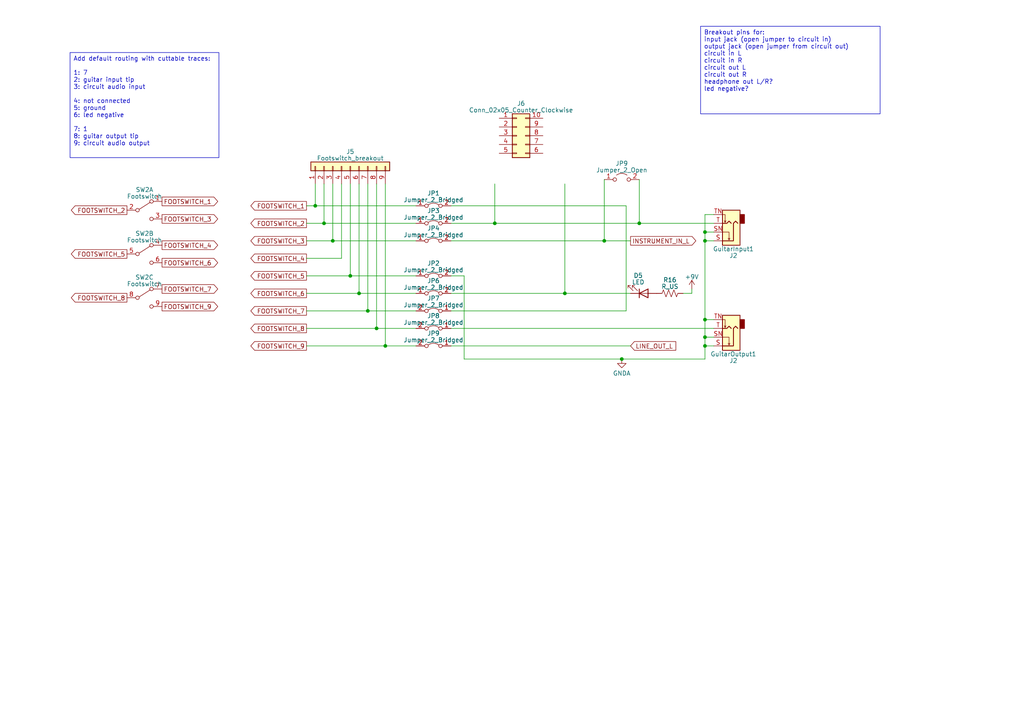
<source format=kicad_sch>
(kicad_sch (version 20230121) (generator eeschema)
  (paper "A4")
  (lib_symbols
    (symbol "Connector_Audio:NMJ4HCD2"
      (property "Reference" "J" (at 0 11.43 0))
      (property "Value" "NMJ4HCD2" (at 0 8.89 0))
      (symbol "NMJ4HCD2_0_1"
        (rectangle (start -2.54 0) (end -3.81 -2.54) (stroke (width 0.254)) (fill (type outline)))
        (rectangle (start 2.54 6.35) (end -2.54 -3.81) (stroke (width 0.254)) (fill (type background)))
      )
      (symbol "NMJ4HCD2_1_1"
        (polyline (pts (xy 0.635 4.826) (xy 0.889 4.318)))
        (polyline (pts (xy 1.778 -0.254) (xy 2.032 -0.762)))
        (polyline (pts (xy 0 0) (xy 0.635 -0.635) (xy 1.27 0) (xy 2.54 0)) (stroke (width 0.254)))
        (polyline (pts (xy 2.54 -2.54) (xy 1.778 -2.54) (xy 1.778 -0.254) (xy 1.524 -0.762)))
        (polyline (pts (xy 2.54 2.54) (xy 0.635 2.54) (xy 0.635 4.826) (xy 0.381 4.318)))
        (polyline (pts (xy 2.54 5.08) (xy -0.635 5.08) (xy -0.635 0) (xy -1.27 -0.635) (xy -1.905 0)) (stroke (width 0.254)))
        (pin passive line (at 5.08 5.08 180) (length 2.54) (name "~") (number "S"))
        (pin passive line (at 5.08 2.54 180) (length 2.54) (name "~") (number "SN"))
        (pin passive line (at 5.08 0 180) (length 2.54) (name "~") (number "T"))
        (pin passive line (at 5.08 -2.54 180) (length 2.54) (name "~") (number "TN"))
      )
    )
    (symbol "Connector_Generic:Conn_01x09" (pin_names (offset 1.016) hide)
      (property "Reference" "J" (at 0 12.7 0))
      (property "Value" "Conn_01x09" (at 0 -12.7 0))
      (symbol "Conn_01x09_1_1"
        (rectangle (start -1.27 -10.033) (end 0 -10.287) (stroke (width 0.1524)))
        (rectangle (start -1.27 -7.493) (end 0 -7.747) (stroke (width 0.1524)))
        (rectangle (start -1.27 -4.953) (end 0 -5.207) (stroke (width 0.1524)))
        (rectangle (start -1.27 -2.413) (end 0 -2.667) (stroke (width 0.1524)))
        (rectangle (start -1.27 0.127) (end 0 -0.127) (stroke (width 0.1524)))
        (rectangle (start -1.27 2.667) (end 0 2.413) (stroke (width 0.1524)))
        (rectangle (start -1.27 5.207) (end 0 4.953) (stroke (width 0.1524)))
        (rectangle (start -1.27 7.747) (end 0 7.493) (stroke (width 0.1524)))
        (rectangle (start -1.27 10.287) (end 0 10.033) (stroke (width 0.1524)))
        (rectangle (start -1.27 11.43) (end 1.27 -11.43) (stroke (width 0.254)) (fill (type background)))
        (pin passive line (at -5.08 10.16 0) (length 3.81) (name "Pin_1") (number "1"))
        (pin passive line (at -5.08 7.62 0) (length 3.81) (name "Pin_2") (number "2"))
        (pin passive line (at -5.08 5.08 0) (length 3.81) (name "Pin_3") (number "3"))
        (pin passive line (at -5.08 2.54 0) (length 3.81) (name "Pin_4") (number "4"))
        (pin passive line (at -5.08 0 0) (length 3.81) (name "Pin_5") (number "5"))
        (pin passive line (at -5.08 -2.54 0) (length 3.81) (name "Pin_6") (number "6"))
        (pin passive line (at -5.08 -5.08 0) (length 3.81) (name "Pin_7") (number "7"))
        (pin passive line (at -5.08 -7.62 0) (length 3.81) (name "Pin_8") (number "8"))
        (pin passive line (at -5.08 -10.16 0) (length 3.81) (name "Pin_9") (number "9"))
      )
    )
    (symbol "Connector_Generic:Conn_02x05_Counter_Clockwise" (pin_names (offset 1.016) hide)
      (property "Reference" "J" (at 1.27 7.62 0))
      (property "Value" "Conn_02x05_Counter_Clockwise" (at 1.27 -7.62 0))
      (symbol "Conn_02x05_Counter_Clockwise_1_1"
        (rectangle (start -1.27 -4.953) (end 0 -5.207) (stroke (width 0.1524)))
        (rectangle (start -1.27 -2.413) (end 0 -2.667) (stroke (width 0.1524)))
        (rectangle (start -1.27 0.127) (end 0 -0.127) (stroke (width 0.1524)))
        (rectangle (start -1.27 2.667) (end 0 2.413) (stroke (width 0.1524)))
        (rectangle (start -1.27 5.207) (end 0 4.953) (stroke (width 0.1524)))
        (rectangle (start -1.27 6.35) (end 3.81 -6.35) (stroke (width 0.254)) (fill (type background)))
        (rectangle (start 3.81 -4.953) (end 2.54 -5.207) (stroke (width 0.1524)))
        (rectangle (start 3.81 -2.413) (end 2.54 -2.667) (stroke (width 0.1524)))
        (rectangle (start 3.81 0.127) (end 2.54 -0.127) (stroke (width 0.1524)))
        (rectangle (start 3.81 2.667) (end 2.54 2.413) (stroke (width 0.1524)))
        (rectangle (start 3.81 5.207) (end 2.54 4.953) (stroke (width 0.1524)))
        (pin passive line (at -5.08 5.08 0) (length 3.81) (name "Pin_1") (number "1"))
        (pin passive line (at 7.62 5.08 180) (length 3.81) (name "Pin_10") (number "10"))
        (pin passive line (at -5.08 2.54 0) (length 3.81) (name "Pin_2") (number "2"))
        (pin passive line (at -5.08 0 0) (length 3.81) (name "Pin_3") (number "3"))
        (pin passive line (at -5.08 -2.54 0) (length 3.81) (name "Pin_4") (number "4"))
        (pin passive line (at -5.08 -5.08 0) (length 3.81) (name "Pin_5") (number "5"))
        (pin passive line (at 7.62 -5.08 180) (length 3.81) (name "Pin_6") (number "6"))
        (pin passive line (at 7.62 -2.54 180) (length 3.81) (name "Pin_7") (number "7"))
        (pin passive line (at 7.62 0 180) (length 3.81) (name "Pin_8") (number "8"))
        (pin passive line (at 7.62 2.54 180) (length 3.81) (name "Pin_9") (number "9"))
      )
    )
    (symbol "Device:LED" (pin_numbers hide) (pin_names (offset 1.016) hide)
      (property "Reference" "D" (at 0 2.54 0))
      (property "Value" "LED" (at 0 -2.54 0))
      (symbol "LED_0_1"
        (polyline (pts (xy -1.27 -1.27) (xy -1.27 1.27)) (stroke (width 0.254)))
        (polyline (pts (xy -1.27 0) (xy 1.27 0)))
        (polyline (pts (xy 1.27 -1.27) (xy 1.27 1.27) (xy -1.27 0) (xy 1.27 -1.27)) (stroke (width 0.254)))
        (polyline (pts (xy -3.048 -0.762) (xy -4.572 -2.286) (xy -3.81 -2.286) (xy -4.572 -2.286) (xy -4.572 -1.524)))
        (polyline (pts (xy -1.778 -0.762) (xy -3.302 -2.286) (xy -2.54 -2.286) (xy -3.302 -2.286) (xy -3.302 -1.524)))
      )
      (symbol "LED_1_1"
        (pin passive line (at -3.81 0 0) (length 2.54) (name "K") (number "1"))
        (pin passive line (at 3.81 0 180) (length 2.54) (name "A") (number "2"))
      )
    )
    (symbol "Device:R_US" (pin_numbers hide) (pin_names (offset 0))
      (property "Reference" "R" (at 2.54 0 90))
      (property "Value" "R_US" (at -2.54 0 90))
      (symbol "R_US_0_1"
        (polyline (pts (xy 0 -2.286) (xy 0 -2.54)))
        (polyline (pts (xy 0 2.286) (xy 0 2.54)))
        (polyline (pts (xy 0 -0.762) (xy 1.016 -1.143) (xy 0 -1.524) (xy -1.016 -1.905) (xy 0 -2.286)))
        (polyline (pts (xy 0 0.762) (xy 1.016 0.381) (xy 0 0) (xy -1.016 -0.381) (xy 0 -0.762)))
        (polyline (pts (xy 0 2.286) (xy 1.016 1.905) (xy 0 1.524) (xy -1.016 1.143) (xy 0 0.762)))
      )
      (symbol "R_US_1_1"
        (pin passive line (at 0 3.81 270) (length 1.27) (name "~") (number "1"))
        (pin passive line (at 0 -3.81 90) (length 1.27) (name "~") (number "2"))
      )
    )
    (symbol "Jumper:Jumper_2_Bridged" (pin_names (offset 0) hide)
      (property "Reference" "JP" (at 0 1.905 0))
      (property "Value" "Jumper_2_Bridged" (at 0 -2.54 0))
      (symbol "Jumper_2_Bridged_0_0"
        (circle (center -2.032 0) (radius 0.508))
        (circle (center 2.032 0) (radius 0.508))
      )
      (symbol "Jumper_2_Bridged_0_1"
        (arc (start 1.524 0.254) (mid 0 0.762) (end -1.524 0.254))
      )
      (symbol "Jumper_2_Bridged_1_1"
        (pin passive line (at -5.08 0 0) (length 2.54) (name "A") (number "1"))
        (pin passive line (at 5.08 0 180) (length 2.54) (name "B") (number "2"))
      )
    )
    (symbol "Jumper:Jumper_2_Open" (pin_names (offset 0) hide)
      (property "Reference" "JP" (at 0 2.794 0))
      (property "Value" "Jumper_2_Open" (at 0 -2.286 0))
      (symbol "Jumper_2_Open_0_0"
        (circle (center -2.032 0) (radius 0.508))
        (circle (center 2.032 0) (radius 0.508))
      )
      (symbol "Jumper_2_Open_0_1"
        (arc (start 1.524 1.27) (mid 0 1.778) (end -1.524 1.27))
      )
      (symbol "Jumper_2_Open_1_1"
        (pin passive line (at -5.08 0 0) (length 2.54) (name "A") (number "1"))
        (pin passive line (at 5.08 0 180) (length 2.54) (name "B") (number "2"))
      )
    )
    (symbol "SW_3PDT_1" (pin_names (offset 0) hide)
      (property "Reference" "SW" (at 0 4.318 0))
      (property "Value" "SW_3PDT" (at 0 -5.08 0))
      (symbol "SW_3PDT_1_0_0"
        (circle (center -2.032 0) (radius 0.508))
        (circle (center 2.032 -2.54) (radius 0.508))
      )
      (symbol "SW_3PDT_1_0_1"
        (polyline (pts (xy -1.524 0.254) (xy 1.651 2.286)))
        (circle (center 2.032 2.54) (radius 0.508))
      )
      (symbol "SW_3PDT_1_1_1"
        (pin passive line (at 5.08 2.54 180) (length 2.54) (name "A") (number "1"))
        (pin passive line (at -5.08 0 0) (length 2.54) (name "B") (number "2"))
        (pin passive line (at 5.08 -2.54 180) (length 2.54) (name "C") (number "3"))
      )
      (symbol "SW_3PDT_1_2_1"
        (pin passive line (at 5.08 2.54 180) (length 2.54) (name "A") (number "4"))
        (pin passive line (at -5.08 0 0) (length 2.54) (name "B") (number "5"))
        (pin passive line (at 5.08 -2.54 180) (length 2.54) (name "C") (number "6"))
      )
      (symbol "SW_3PDT_1_3_1"
        (pin passive line (at 5.08 2.54 180) (length 2.54) (name "A") (number "7"))
        (pin passive line (at -5.08 0 0) (length 2.54) (name "B") (number "8"))
        (pin passive line (at 5.08 -2.54 180) (length 2.54) (name "C") (number "9"))
      )
    )
    (symbol "SW_3PDT_2" (pin_names (offset 0) hide)
      (property "Reference" "SW" (at 0 4.318 0))
      (property "Value" "SW_3PDT" (at 0 -5.08 0))
      (symbol "SW_3PDT_2_0_0"
        (circle (center -2.032 0) (radius 0.508))
        (circle (center 2.032 -2.54) (radius 0.508))
      )
      (symbol "SW_3PDT_2_0_1"
        (polyline (pts (xy -1.524 0.254) (xy 1.651 2.286)))
        (circle (center 2.032 2.54) (radius 0.508))
      )
      (symbol "SW_3PDT_2_1_1"
        (pin passive line (at 5.08 2.54 180) (length 2.54) (name "A") (number "1"))
        (pin passive line (at -5.08 0 0) (length 2.54) (name "B") (number "2"))
        (pin passive line (at 5.08 -2.54 180) (length 2.54) (name "C") (number "3"))
      )
      (symbol "SW_3PDT_2_2_1"
        (pin passive line (at 5.08 2.54 180) (length 2.54) (name "A") (number "4"))
        (pin passive line (at -5.08 0 0) (length 2.54) (name "B") (number "5"))
        (pin passive line (at 5.08 -2.54 180) (length 2.54) (name "C") (number "6"))
      )
      (symbol "SW_3PDT_2_3_1"
        (pin passive line (at 5.08 2.54 180) (length 2.54) (name "A") (number "7"))
        (pin passive line (at -5.08 0 0) (length 2.54) (name "B") (number "8"))
        (pin passive line (at 5.08 -2.54 180) (length 2.54) (name "C") (number "9"))
      )
    )
    (symbol "power:+9V" (power) (pin_names (offset 0))
      (property "Value" "+9V" (at 0 3.556 0))
      (symbol "+9V_0_1"
        (polyline (pts (xy -0.762 1.27) (xy 0 2.54)))
        (polyline (pts (xy 0 0) (xy 0 2.54)))
        (polyline (pts (xy 0 2.54) (xy 0.762 1.27)))
      )
      (symbol "+9V_1_1"
        (pin power_in line (at 0 0 90) (length 0) hide (name "+9V") (number "1"))
      )
    )
    (symbol "power:GNDA" (power) (pin_names (offset 0))
      (property "Value" "GNDA" (at 0 -3.81 0))
      (symbol "GNDA_0_1"
        (polyline (pts (xy 0 0) (xy 0 -1.27) (xy 1.27 -1.27) (xy 0 -2.54) (xy -1.27 -1.27) (xy 0 -1.27)))
      )
      (symbol "GNDA_1_1"
        (pin power_in line (at 0 0 270) (length 0) hide (name "GNDA") (number "1"))
      )
    )
    (symbol "stomp:SW_3PDT" (pin_names (offset 0) hide)
      (property "Reference" "SW" (at 0 4.318 0))
      (property "Value" "SW_3PDT" (at 0 -5.08 0))
      (symbol "SW_3PDT_0_0"
        (circle (center -2.032 0) (radius 0.508))
        (circle (center 2.032 -2.54) (radius 0.508))
      )
      (symbol "SW_3PDT_0_1"
        (polyline (pts (xy -1.524 0.254) (xy 1.651 2.286)))
        (circle (center 2.032 2.54) (radius 0.508))
      )
      (symbol "SW_3PDT_1_1"
        (pin passive line (at 5.08 2.54 180) (length 2.54) (name "A") (number "1"))
        (pin passive line (at -5.08 0 0) (length 2.54) (name "B") (number "2"))
        (pin passive line (at 5.08 -2.54 180) (length 2.54) (name "C") (number "3"))
      )
      (symbol "SW_3PDT_2_1"
        (pin passive line (at 5.08 2.54 180) (length 2.54) (name "A") (number "4"))
        (pin passive line (at -5.08 0 0) (length 2.54) (name "B") (number "5"))
        (pin passive line (at 5.08 -2.54 180) (length 2.54) (name "C") (number "6"))
      )
      (symbol "SW_3PDT_3_1"
        (pin passive line (at 5.08 2.54 180) (length 2.54) (name "A") (number "7"))
        (pin passive line (at -5.08 0 0) (length 2.54) (name "B") (number "8"))
        (pin passive line (at 5.08 -2.54 180) (length 2.54) (name "C") (number "9"))
      )
    )
  )
  (junction (at 185.42 64.77))
  (junction (at 175.26 69.85))
  (junction (at 93.98 64.77))
  (junction (at 143.51 64.77))
  (junction (at 91.44 59.69))
  (junction (at 163.83 85.09))
  (junction (at 96.52 69.85))
  (junction (at 204.47 92.71))
  (junction (at 204.47 67.31))
  (junction (at 106.68 90.17))
  (junction (at 204.47 69.85))
  (junction (at 111.76 100.33))
  (junction (at 101.6 80.01))
  (junction (at 180.34 104.14))
  (junction (at 104.14 85.09))
  (junction (at 204.47 100.33))
  (junction (at 109.22 95.25))
  (junction (at 204.47 97.79))
  (wire (pts (xy 130.81 100.33) (xy 182.88 100.33)))
  (wire (pts (xy 207.01 67.31) (xy 204.47 67.31)))
  (wire (pts (xy 111.76 100.33) (xy 111.76 53.34)))
  (wire (pts (xy 134.62 80.01) (xy 134.62 104.14)))
  (wire (pts (xy 207.01 92.71) (xy 204.47 92.71)))
  (wire (pts (xy 204.47 92.71) (xy 204.47 97.79)))
  (wire (pts (xy 130.81 90.17) (xy 181.61 90.17)))
  (wire (pts (xy 198.12 85.09) (xy 200.66 85.09)))
  (wire (pts (xy 204.47 92.71) (xy 204.47 69.85)))
  (wire (pts (xy 88.9 100.33) (xy 111.76 100.33)))
  (wire (pts (xy 130.81 85.09) (xy 163.83 85.09)))
  (wire (pts (xy 91.44 59.69) (xy 120.65 59.69)))
  (wire (pts (xy 96.52 69.85) (xy 96.52 53.34)))
  (wire (pts (xy 204.47 62.23) (xy 204.47 67.31)))
  (wire (pts (xy 99.06 74.93) (xy 99.06 53.34)))
  (wire (pts (xy 130.81 95.25) (xy 207.01 95.25)))
  (wire (pts (xy 130.81 64.77) (xy 143.51 64.77)))
  (wire (pts (xy 181.61 59.69) (xy 181.61 90.17)))
  (wire (pts (xy 88.9 74.93) (xy 99.06 74.93)))
  (wire (pts (xy 204.47 97.79) (xy 207.01 97.79)))
  (wire (pts (xy 106.68 90.17) (xy 120.65 90.17)))
  (wire (pts (xy 93.98 64.77) (xy 120.65 64.77)))
  (wire (pts (xy 207.01 62.23) (xy 204.47 62.23)))
  (wire (pts (xy 143.51 64.77) (xy 185.42 64.77)))
  (wire (pts (xy 185.42 64.77) (xy 207.01 64.77)))
  (wire (pts (xy 204.47 100.33) (xy 207.01 100.33)))
  (wire (pts (xy 130.81 69.85) (xy 175.26 69.85)))
  (wire (pts (xy 88.9 85.09) (xy 104.14 85.09)))
  (wire (pts (xy 91.44 59.69) (xy 91.44 53.34)))
  (wire (pts (xy 106.68 90.17) (xy 106.68 53.34)))
  (wire (pts (xy 101.6 80.01) (xy 101.6 53.34)))
  (wire (pts (xy 111.76 100.33) (xy 120.65 100.33)))
  (wire (pts (xy 130.81 80.01) (xy 134.62 80.01)))
  (wire (pts (xy 130.81 59.69) (xy 181.61 59.69)))
  (wire (pts (xy 88.9 59.69) (xy 91.44 59.69)))
  (wire (pts (xy 204.47 67.31) (xy 204.47 69.85)))
  (wire (pts (xy 104.14 85.09) (xy 104.14 53.34)))
  (wire (pts (xy 109.22 95.25) (xy 109.22 53.34)))
  (wire (pts (xy 175.26 69.85) (xy 182.88 69.85)))
  (wire (pts (xy 88.9 90.17) (xy 106.68 90.17)))
  (wire (pts (xy 104.14 85.09) (xy 120.65 85.09)))
  (wire (pts (xy 109.22 95.25) (xy 120.65 95.25)))
  (wire (pts (xy 180.34 104.14) (xy 134.62 104.14)))
  (wire (pts (xy 185.42 52.07) (xy 185.42 64.77)))
  (wire (pts (xy 200.66 85.09) (xy 200.66 83.82)))
  (wire (pts (xy 88.9 95.25) (xy 109.22 95.25)))
  (wire (pts (xy 175.26 52.07) (xy 175.26 69.85)))
  (wire (pts (xy 143.51 53.34) (xy 143.51 64.77)))
  (wire (pts (xy 101.6 80.01) (xy 120.65 80.01)))
  (wire (pts (xy 204.47 97.79) (xy 204.47 100.33)))
  (wire (pts (xy 93.98 64.77) (xy 93.98 53.34)))
  (wire (pts (xy 204.47 69.85) (xy 207.01 69.85)))
  (wire (pts (xy 163.83 53.34) (xy 163.83 85.09)))
  (wire (pts (xy 88.9 64.77) (xy 93.98 64.77)))
  (wire (pts (xy 96.52 69.85) (xy 120.65 69.85)))
  (wire (pts (xy 204.47 104.14) (xy 204.47 100.33)))
  (wire (pts (xy 88.9 69.85) (xy 96.52 69.85)))
  (wire (pts (xy 88.9 80.01) (xy 101.6 80.01)))
  (wire (pts (xy 163.83 85.09) (xy 182.88 85.09)))
  (wire (pts (xy 180.34 104.14) (xy 204.47 104.14)))
  (text_box "Breakout pins for:\ninput jack (open jumper to circuit in)\noutput jack (open jumper from circuit out)\ncircuit in L\ncircuit in R\ncircuit out L\ncircuit out R\nheadphone out L/R?\nled negative?" (at 203.2 7.62 0) (size 52.07 25.4) (effects (font (size 1.27 1.27)) (justify left top)))
  (text_box "Add default routing with cuttable traces:\n\n1: 7\n2: guitar input tip\n3: circuit audio input\n\n4: not connected\n5: ground\n6: led negative\n\n7: 1\n8: guitar output tip\n9: circuit audio output" (at 20.32 15.24 0) (size 43.18 30.48) (effects (font (size 1.27 1.27)) (justify left top)))
  (global_label "FOOTSWITCH_9" (shape output) (at 46.99 88.9 0) (property "Intersheetrefs" "${INTERSHEET_REFS}" (effects hide)))
  (global_label "FOOTSWITCH_7" (shape output) (at 88.9 90.17 180) (property "Intersheetrefs" "${INTERSHEET_REFS}" (effects hide)))
  (global_label "FOOTSWITCH_5" (shape output) (at 88.9 80.01 180) (property "Intersheetrefs" "${INTERSHEET_REFS}" (effects hide)))
  (global_label "INSTRUMENT_IN_L" (shape output) (at 182.88 69.85 0) (property "Intersheetrefs" "${INTERSHEET_REFS}" (effects hide)))
  (global_label "LINE_OUT_L" (shape input) (at 182.88 100.33 0) (property "Intersheetrefs" "${INTERSHEET_REFS}" (effects hide)))
  (global_label "FOOTSWITCH_1" (shape output) (at 88.9 59.69 180) (property "Intersheetrefs" "${INTERSHEET_REFS}" (effects hide)))
  (global_label "FOOTSWITCH_9" (shape output) (at 88.9 100.33 180) (property "Intersheetrefs" "${INTERSHEET_REFS}" (effects hide)))
  (global_label "FOOTSWITCH_6" (shape output) (at 88.9 85.09 180) (property "Intersheetrefs" "${INTERSHEET_REFS}" (effects hide)))
  (global_label "FOOTSWITCH_2" (shape output) (at 88.9 64.77 180) (property "Intersheetrefs" "${INTERSHEET_REFS}" (effects hide)))
  (global_label "FOOTSWITCH_2" (shape output) (at 36.83 60.96 180) (property "Intersheetrefs" "${INTERSHEET_REFS}" (effects hide)))
  (global_label "FOOTSWITCH_4" (shape output) (at 88.9 74.93 180) (property "Intersheetrefs" "${INTERSHEET_REFS}" (effects hide)))
  (global_label "FOOTSWITCH_6" (shape output) (at 46.99 76.2 0) (property "Intersheetrefs" "${INTERSHEET_REFS}" (effects hide)))
  (global_label "FOOTSWITCH_7" (shape output) (at 46.99 83.82 0) (property "Intersheetrefs" "${INTERSHEET_REFS}" (effects hide)))
  (global_label "FOOTSWITCH_3" (shape output) (at 46.99 63.5 0) (property "Intersheetrefs" "${INTERSHEET_REFS}" (effects hide)))
  (global_label "FOOTSWITCH_4" (shape output) (at 46.99 71.12 0) (property "Intersheetrefs" "${INTERSHEET_REFS}" (effects hide)))
  (global_label "FOOTSWITCH_1" (shape output) (at 46.99 58.42 0) (property "Intersheetrefs" "${INTERSHEET_REFS}" (effects hide)))
  (global_label "FOOTSWITCH_8" (shape output) (at 88.9 95.25 180) (property "Intersheetrefs" "${INTERSHEET_REFS}" (effects hide)))
  (global_label "FOOTSWITCH_8" (shape output) (at 36.83 86.36 180) (property "Intersheetrefs" "${INTERSHEET_REFS}" (effects hide)))
  (global_label "FOOTSWITCH_5" (shape output) (at 36.83 73.66 180) (property "Intersheetrefs" "${INTERSHEET_REFS}" (effects hide)))
  (global_label "FOOTSWITCH_3" (shape output) (at 88.9 69.85 180) (property "Intersheetrefs" "${INTERSHEET_REFS}" (effects hide)))
  (symbol (lib_id "Connector_Audio:NMJ4HCD2") (at 212.09 64.77 180) (unit 1)
    (property "Reference" "J2" (at 212.725 74.1299 0))
    (property "Value" "GuitarInput1" (at 212.725 72.2089 0))
    (property "Footprint" "stomp:Jack_6.35mm_Neutrik_NMJ4HCD2_Horizontal" (effects hide))
    (property "Datasheet" "https://www.neutrik.com/en/product/nmj4hcd2" (effects hide))
    (instances (project "stomp_00" (path "" (reference "J2") (unit 1)) (path "" (reference "J2") (unit 1)) (path "" (reference "J3") (unit 1))))
  )
  (symbol (lib_id "Device:LED") (at 186.69 85.09 0) (mirror x) (unit 1)
    (property "Reference" "D5" (at 185.1025 79.9211 0))
    (property "Value" "LED" (at 185.1025 81.8421 0))
    (property "Footprint" "LED_THT:LED_D5.0mm" (effects hide))
  )
  (symbol (lib_id "Connector_Generic:Conn_02x05_Counter_Clockwise") (at 149.86 39.37 0) (unit 1)
    (property "Reference" "J6" (at 151.13 30.0101 0))
    (property "Value" "Conn_02x05_Counter_Clockwise" (at 151.13 31.9311 0))
    (property "Footprint" "Connector_PinHeader_2.54mm:PinHeader_2x05_P2.54mm_Vertical" (effects hide))
  )
  (symbol (lib_id "Jumper:Jumper_2_Bridged") (at 125.73 85.09 0) (unit 1)
    (property "Reference" "JP6" (at 125.73 81.4451 0))
    (property "Value" "Jumper_2_Bridged" (at 125.73 83.3661 0))
    (property "Footprint" "Jumper:SolderJumper-2_P1.3mm_Bridged2Bar_RoundedPad1.0x1.5mm" (effects hide))
    (instances (project "stomp_00" (path "" (reference "JP6") (unit 1)) (path "" (reference "JP5") (unit 1))))
  )
  (symbol (lib_id "Jumper:Jumper_2_Bridged") (at 125.73 59.69 0) (unit 1)
    (property "Reference" "JP1" (at 125.73 56.0451 0))
    (property "Value" "Jumper_2_Bridged" (at 125.73 57.9661 0))
    (property "Footprint" "Jumper:SolderJumper-2_P1.3mm_Bridged2Bar_RoundedPad1.0x1.5mm" (effects hide))
  )
  (symbol (lib_id "Jumper:Jumper_2_Bridged") (at 125.73 95.25 0) (mirror y) (unit 1)
    (property "Reference" "JP8" (at 125.73 91.6051 0))
    (property "Value" "Jumper_2_Bridged" (at 125.73 93.5261 0))
    (property "Footprint" "Jumper:SolderJumper-2_P1.3mm_Bridged2Bar_RoundedPad1.0x1.5mm" (effects hide))
    (instances (project "stomp_00" (path "" (reference "JP8") (unit 1)) (path "" (reference "JP7") (unit 1))))
  )
  (symbol (lib_name "SW_3PDT_1") (lib_id "stomp:SW_3PDT") (at 41.91 73.66 0) (unit 2)
    (property "Reference" "SW2" (at 41.91 67.7291 0))
    (property "Value" "Footswitch" (at 41.91 69.6501 0))
    (property "Footprint" "stomp:Footswitch_3PDT" (effects hide))
  )
  (symbol (lib_id "Device:R_US") (at 194.31 85.09 90) (unit 1)
    (property "Reference" "R16" (at 194.31 81.1911 90))
    (property "Value" "R_US" (at 194.31 83.1121 90))
    (property "Footprint" "Resistor_THT:R_Axial_DIN0207_L6.3mm_D2.5mm_P7.62mm_Horizontal" (effects hide))
  )
  (symbol (lib_id "stomp:SW_3PDT") (at 41.91 60.96 0) (unit 1)
    (property "Reference" "SW2" (at 41.91 55.0291 0))
    (property "Value" "Footswitch" (at 41.91 56.9501 0))
    (property "Footprint" "stomp:Footswitch_3PDT" (effects hide))
  )
  (symbol (lib_id "Jumper:Jumper_2_Bridged") (at 125.73 100.33 0) (mirror y) (unit 1)
    (property "Reference" "JP9" (at 125.73 96.6851 0))
    (property "Value" "Jumper_2_Bridged" (at 125.73 98.6061 0))
    (property "Footprint" "Jumper:SolderJumper-2_P1.3mm_Bridged2Bar_RoundedPad1.0x1.5mm" (effects hide))
    (instances (project "stomp_00" (path "" (reference "JP9") (unit 1)) (path "" (reference "JP8") (unit 1))))
  )
  (symbol (lib_id "Jumper:Jumper_2_Open") (at 180.34 52.07 0) (unit 1)
    (property "Reference" "JP9" (at 180.34 47.4091 0))
    (property "Value" "Jumper_2_Open" (at 180.34 49.3301 0))
    (property "Footprint" "Jumper:SolderJumper-2_P1.3mm_Open_RoundedPad1.0x1.5mm" (effects hide))
  )
  (symbol (lib_id "Connector_Generic:Conn_01x09") (at 101.6 48.26 90) (unit 1)
    (property "Reference" "J5" (at 101.6 43.9801 90))
    (property "Value" "Footswitch_breakout" (at 101.6 45.9011 90))
    (property "Footprint" "stomp:PinHeader_3x03_P2.54mm_Vertical_footswitch_breakout" (effects hide))
    (instances (project "stomp_00" (path "" (reference "J5") (unit 1)) (path "" (reference "J2") (unit 1))))
  )
  (symbol (lib_id "Connector_Audio:NMJ4HCD2") (at 212.09 95.25 180) (unit 1)
    (property "Reference" "J2" (at 212.725 104.6099 0))
    (property "Value" "GuitarOutput1" (at 212.725 102.6889 0))
    (property "Footprint" "stomp:Jack_6.35mm_Neutrik_NMJ4HCD2_Horizontal" (effects hide))
    (property "Datasheet" "https://www.neutrik.com/en/product/nmj4hcd2" (effects hide))
    (instances (project "stomp_00" (path "" (reference "J2") (unit 1)) (path "" (reference "J3") (unit 1)) (path "" (reference "J3") (unit 1)) (path "" (reference "J5") (unit 1))))
  )
  (symbol (lib_id "power:GNDA") (at 180.34 104.14 0) (unit 1)
    (property "Reference" "#PWR033" (effects hide))
    (property "Value" "GNDA" (at 180.34 108.2755 0))
  )
  (symbol (lib_id "Jumper:Jumper_2_Bridged") (at 125.73 80.01 0) (unit 1)
    (property "Reference" "JP2" (at 125.73 76.3651 0))
    (property "Value" "Jumper_2_Bridged" (at 125.73 78.2861 0))
    (property "Footprint" "Jumper:SolderJumper-2_P1.3mm_Bridged2Bar_RoundedPad1.0x1.5mm" (effects hide))
    (instances (project "stomp_00" (path "" (reference "JP2") (unit 1)) (path "" (reference "JP4") (unit 1))))
  )
  (symbol (lib_name "SW_3PDT_2") (lib_id "stomp:SW_3PDT") (at 41.91 86.36 0) (unit 3)
    (property "Reference" "SW2" (at 41.91 80.4291 0))
    (property "Value" "Footswitch" (at 41.91 82.3501 0))
    (property "Footprint" "stomp:Footswitch_3PDT" (effects hide))
  )
  (symbol (lib_id "power:+9V") (at 200.66 83.82 0) (unit 1)
    (property "Reference" "#PWR034" (effects hide))
    (property "Value" "+9V" (at 200.66 80.3181 0))
  )
  (symbol (lib_id "Jumper:Jumper_2_Bridged") (at 125.73 64.77 0) (unit 1)
    (property "Reference" "JP3" (at 125.73 61.1251 0))
    (property "Value" "Jumper_2_Bridged" (at 125.73 63.0461 0))
    (property "Footprint" "Jumper:SolderJumper-2_P1.3mm_Bridged2Bar_RoundedPad1.0x1.5mm" (effects hide))
    (instances (project "stomp_00" (path "" (reference "JP3") (unit 1)) (path "" (reference "JP2") (unit 1))))
  )
  (symbol (lib_id "Jumper:Jumper_2_Bridged") (at 125.73 69.85 0) (unit 1)
    (property "Reference" "JP4" (at 125.73 66.2051 0))
    (property "Value" "Jumper_2_Bridged" (at 125.73 68.1261 0))
    (property "Footprint" "Jumper:SolderJumper-2_P1.3mm_Bridged2Bar_RoundedPad1.0x1.5mm" (effects hide))
    (instances (project "stomp_00" (path "" (reference "JP4") (unit 1)) (path "" (reference "JP3") (unit 1))))
  )
  (symbol (lib_id "Jumper:Jumper_2_Bridged") (at 125.73 90.17 0) (mirror y) (unit 1)
    (property "Reference" "JP7" (at 125.73 86.5251 0))
    (property "Value" "Jumper_2_Bridged" (at 125.73 88.4461 0))
    (property "Footprint" "Jumper:SolderJumper-2_P1.3mm_Bridged2Bar_RoundedPad1.0x1.5mm" (effects hide))
    (instances (project "stomp_00" (path "" (reference "JP7") (unit 1)) (path "" (reference "JP6") (unit 1))))
  )
)
</source>
